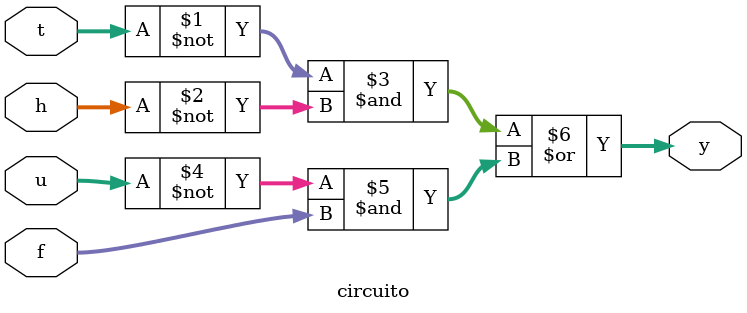
<source format=sv>


module circuito(
    input logic [2:0] h, u, t, f,
    output logic [2:0] y
);
    assign y = (~t & ~h) | (~u & f);

endmodule

</source>
